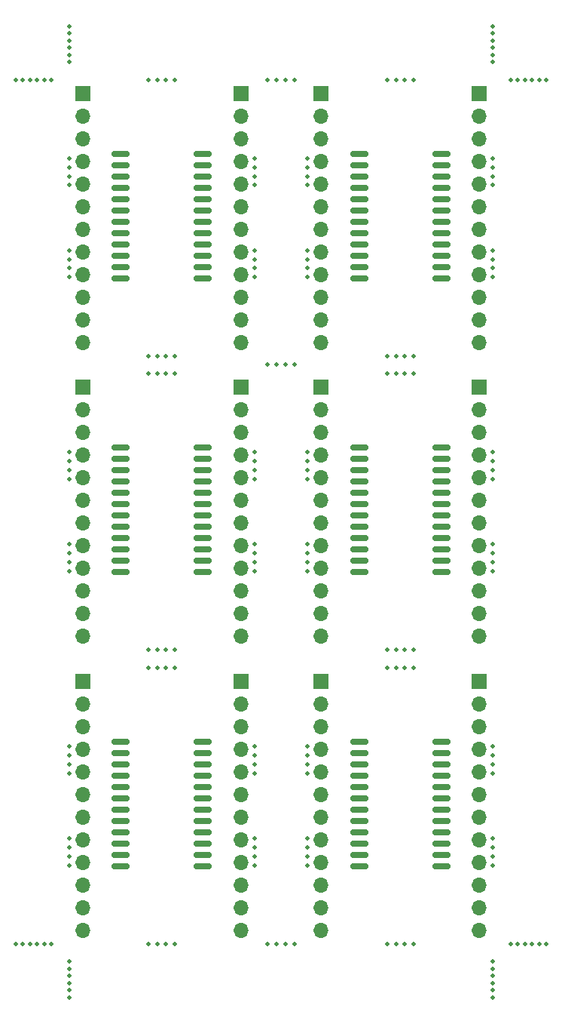
<source format=gbr>
%TF.GenerationSoftware,KiCad,Pcbnew,(6.0.0)*%
%TF.CreationDate,2022-01-18T21:24:02-05:00*%
%TF.ProjectId,WSOIC-24_7.5mm PANEL,57534f49-432d-4323-945f-372e356d6d20,rev?*%
%TF.SameCoordinates,Original*%
%TF.FileFunction,Soldermask,Top*%
%TF.FilePolarity,Negative*%
%FSLAX46Y46*%
G04 Gerber Fmt 4.6, Leading zero omitted, Abs format (unit mm)*
G04 Created by KiCad (PCBNEW (6.0.0)) date 2022-01-18 21:24:02*
%MOMM*%
%LPD*%
G01*
G04 APERTURE LIST*
G04 Aperture macros list*
%AMRoundRect*
0 Rectangle with rounded corners*
0 $1 Rounding radius*
0 $2 $3 $4 $5 $6 $7 $8 $9 X,Y pos of 4 corners*
0 Add a 4 corners polygon primitive as box body*
4,1,4,$2,$3,$4,$5,$6,$7,$8,$9,$2,$3,0*
0 Add four circle primitives for the rounded corners*
1,1,$1+$1,$2,$3*
1,1,$1+$1,$4,$5*
1,1,$1+$1,$6,$7*
1,1,$1+$1,$8,$9*
0 Add four rect primitives between the rounded corners*
20,1,$1+$1,$2,$3,$4,$5,0*
20,1,$1+$1,$4,$5,$6,$7,0*
20,1,$1+$1,$6,$7,$8,$9,0*
20,1,$1+$1,$8,$9,$2,$3,0*%
G04 Aperture macros list end*
%ADD10C,0.500000*%
%ADD11R,1.700000X1.700000*%
%ADD12O,1.700000X1.700000*%
%ADD13RoundRect,0.150000X-0.875000X-0.150000X0.875000X-0.150000X0.875000X0.150000X-0.875000X0.150000X0*%
G04 APERTURE END LIST*
D10*
%TO.C,REF\u002A\u002A*%
X66412512Y-112310336D03*
%TD*%
%TO.C,REF\u002A\u002A*%
X77326002Y-98480051D03*
%TD*%
%TO.C,REF\u002A\u002A*%
X60410376Y-120639672D03*
%TD*%
%TO.C,REF\u002A\u002A*%
X39588375Y-87651002D03*
%TD*%
%TO.C,REF\u002A\u002A*%
X62911998Y-66491999D03*
%TD*%
%TO.C,REF\u002A\u002A*%
X39588108Y-122639672D03*
%TD*%
%TO.C,REF\u002A\u002A*%
X87239690Y-54664331D03*
%TD*%
%TO.C,REF\u002A\u002A*%
X66412245Y-110310336D03*
%TD*%
%TO.C,REF\u002A\u002A*%
X63911998Y-34504998D03*
%TD*%
%TO.C,REF\u002A\u002A*%
X89240003Y-34506998D03*
%TD*%
%TO.C,REF\u002A\u002A*%
X77326002Y-100481953D03*
%TD*%
%TO.C,REF\u002A\u002A*%
X66413491Y-53664331D03*
%TD*%
D11*
%TO.C,J2*%
X85718004Y-69018003D03*
D12*
X85718004Y-71558003D03*
X85718004Y-74098003D03*
X85718004Y-76638003D03*
X85718004Y-79178003D03*
X85718004Y-81718003D03*
X85718004Y-84258003D03*
X85718004Y-86798003D03*
X85718004Y-89338003D03*
X85718004Y-91878003D03*
X85718004Y-94418003D03*
X85718004Y-96958003D03*
%TD*%
D10*
%TO.C,REF\u002A\u002A*%
X39588108Y-56664331D03*
%TD*%
%TO.C,REF\u002A\u002A*%
X76326002Y-65490897D03*
%TD*%
%TO.C,REF\u002A\u002A*%
X49499997Y-67493102D03*
%TD*%
%TO.C,REF\u002A\u002A*%
X49499997Y-98479951D03*
%TD*%
%TO.C,REF\u002A\u002A*%
X51499997Y-67492698D03*
%TD*%
%TO.C,REF\u002A\u002A*%
X66412245Y-77321001D03*
%TD*%
%TO.C,REF\u002A\u002A*%
X35987597Y-131469009D03*
%TD*%
%TO.C,REF\u002A\u002A*%
X66413491Y-86651002D03*
%TD*%
%TO.C,REF\u002A\u002A*%
X66412378Y-78321001D03*
%TD*%
%TO.C,REF\u002A\u002A*%
X87239756Y-86651002D03*
%TD*%
%TO.C,REF\u002A\u002A*%
X76326002Y-98479950D03*
%TD*%
%TO.C,REF\u002A\u002A*%
X49499997Y-65490898D03*
%TD*%
%TO.C,REF\u002A\u002A*%
X51499997Y-131469004D03*
%TD*%
%TO.C,REF\u002A\u002A*%
X35187397Y-131469009D03*
%TD*%
D13*
%TO.C,U1*%
X72178004Y-75803003D03*
X72178004Y-77073003D03*
X72178004Y-78343003D03*
X72178004Y-79613003D03*
X72178004Y-80883003D03*
X72178004Y-82153003D03*
X72178004Y-83423003D03*
X72178004Y-84693003D03*
X72178004Y-85963003D03*
X72178004Y-87233003D03*
X72178004Y-88503003D03*
X72178004Y-89773003D03*
X81478004Y-89773003D03*
X81478004Y-88503003D03*
X81478004Y-87233003D03*
X81478004Y-85963003D03*
X81478004Y-84693003D03*
X81478004Y-83423003D03*
X81478004Y-82153003D03*
X81478004Y-80883003D03*
X81478004Y-79613003D03*
X81478004Y-78343003D03*
X81478004Y-77073003D03*
X81478004Y-75803003D03*
%TD*%
D10*
%TO.C,REF\u002A\u002A*%
X78326002Y-98480153D03*
%TD*%
%TO.C,REF\u002A\u002A*%
X87240313Y-111310336D03*
%TD*%
D11*
%TO.C,J2*%
X58889997Y-69018003D03*
D12*
X58889997Y-71558003D03*
X58889997Y-74098003D03*
X58889997Y-76638003D03*
X58889997Y-79178003D03*
X58889997Y-81718003D03*
X58889997Y-84258003D03*
X58889997Y-86798003D03*
X58889997Y-89338003D03*
X58889997Y-91878003D03*
X58889997Y-94418003D03*
X58889997Y-96958003D03*
%TD*%
D10*
%TO.C,REF\u002A\u002A*%
X87240447Y-43335664D03*
%TD*%
%TO.C,REF\u002A\u002A*%
X87239556Y-89651002D03*
%TD*%
%TO.C,REF\u002A\u002A*%
X48499997Y-65490696D03*
%TD*%
%TO.C,REF\u002A\u002A*%
X35187397Y-34506998D03*
%TD*%
%TO.C,REF\u002A\u002A*%
X49499997Y-131469003D03*
%TD*%
%TO.C,REF\u002A\u002A*%
X66412111Y-76321001D03*
%TD*%
%TO.C,REF\u002A\u002A*%
X92440803Y-34506998D03*
%TD*%
%TO.C,REF\u002A\u002A*%
X39588509Y-119639672D03*
%TD*%
%TO.C,REF\u002A\u002A*%
X66412379Y-45335664D03*
%TD*%
%TO.C,REF\u002A\u002A*%
X50499997Y-65491100D03*
%TD*%
%TO.C,REF\u002A\u002A*%
X87241008Y-136670807D03*
%TD*%
%TO.C,REF\u002A\u002A*%
X39588242Y-88651002D03*
%TD*%
%TO.C,REF\u002A\u002A*%
X87241008Y-30905598D03*
%TD*%
%TO.C,REF\u002A\u002A*%
X77326002Y-65491099D03*
%TD*%
D13*
%TO.C,U1*%
X72178004Y-108791008D03*
X72178004Y-110061008D03*
X72178004Y-111331008D03*
X72178004Y-112601008D03*
X72178004Y-113871008D03*
X72178004Y-115141008D03*
X72178004Y-116411008D03*
X72178004Y-117681008D03*
X72178004Y-118951008D03*
X72178004Y-120221008D03*
X72178004Y-121491008D03*
X72178004Y-122761008D03*
X81478004Y-122761008D03*
X81478004Y-121491008D03*
X81478004Y-120221008D03*
X81478004Y-118951008D03*
X81478004Y-117681008D03*
X81478004Y-116411008D03*
X81478004Y-115141008D03*
X81478004Y-113871008D03*
X81478004Y-112601008D03*
X81478004Y-111331008D03*
X81478004Y-110061008D03*
X81478004Y-108791008D03*
%TD*%
D10*
%TO.C,REF\u002A\u002A*%
X37587997Y-131469009D03*
%TD*%
%TO.C,REF\u002A\u002A*%
X91640603Y-131469009D03*
%TD*%
%TO.C,REF\u002A\u002A*%
X87241008Y-135070407D03*
%TD*%
%TO.C,REF\u002A\u002A*%
X62911998Y-131471007D03*
%TD*%
%TO.C,REF\u002A\u002A*%
X87240247Y-112310336D03*
%TD*%
%TO.C,REF\u002A\u002A*%
X63911998Y-66491999D03*
%TD*%
%TO.C,REF\u002A\u002A*%
X51499997Y-98480153D03*
%TD*%
%TO.C,REF\u002A\u002A*%
X39589754Y-44335664D03*
%TD*%
%TO.C,REF\u002A\u002A*%
X87241008Y-133470007D03*
%TD*%
%TO.C,REF\u002A\u002A*%
X87241008Y-28504998D03*
%TD*%
%TO.C,REF\u002A\u002A*%
X78326002Y-131469004D03*
%TD*%
%TO.C,REF\u002A\u002A*%
X60410376Y-87651002D03*
%TD*%
%TO.C,REF\u002A\u002A*%
X66413625Y-120639672D03*
%TD*%
%TO.C,REF\u002A\u002A*%
X87241008Y-134270207D03*
%TD*%
%TO.C,REF\u002A\u002A*%
X66413625Y-54664331D03*
%TD*%
%TO.C,REF\u002A\u002A*%
X77326002Y-67492900D03*
%TD*%
%TO.C,REF\u002A\u002A*%
X87241008Y-32505998D03*
%TD*%
D11*
%TO.C,J1*%
X41109997Y-36029998D03*
D12*
X41109997Y-38569998D03*
X41109997Y-41109998D03*
X41109997Y-43649998D03*
X41109997Y-46189998D03*
X41109997Y-48729998D03*
X41109997Y-51269998D03*
X41109997Y-53809998D03*
X41109997Y-56349998D03*
X41109997Y-58889998D03*
X41109997Y-61429998D03*
X41109997Y-63969998D03*
%TD*%
D10*
%TO.C,REF\u002A\u002A*%
X39588108Y-89651002D03*
%TD*%
%TO.C,REF\u002A\u002A*%
X66413892Y-56664331D03*
%TD*%
%TO.C,REF\u002A\u002A*%
X34387197Y-131469009D03*
%TD*%
D11*
%TO.C,J2*%
X85718004Y-102006008D03*
D12*
X85718004Y-104546008D03*
X85718004Y-107086008D03*
X85718004Y-109626008D03*
X85718004Y-112166008D03*
X85718004Y-114706008D03*
X85718004Y-117246008D03*
X85718004Y-119786008D03*
X85718004Y-122326008D03*
X85718004Y-124866008D03*
X85718004Y-127406008D03*
X85718004Y-129946008D03*
%TD*%
D10*
%TO.C,REF\u002A\u002A*%
X66413625Y-87651002D03*
%TD*%
%TO.C,REF\u002A\u002A*%
X78326002Y-34509302D03*
%TD*%
%TO.C,REF\u002A\u002A*%
X39588242Y-121639672D03*
%TD*%
%TO.C,REF\u002A\u002A*%
X87239556Y-122639672D03*
%TD*%
%TO.C,REF\u002A\u002A*%
X87239756Y-119639672D03*
%TD*%
%TO.C,REF\u002A\u002A*%
X39589488Y-112310336D03*
%TD*%
%TO.C,REF\u002A\u002A*%
X75326002Y-98479849D03*
%TD*%
%TO.C,REF\u002A\u002A*%
X39586997Y-30105398D03*
%TD*%
%TO.C,REF\u002A\u002A*%
X64911998Y-131471007D03*
%TD*%
%TO.C,REF\u002A\u002A*%
X50499997Y-34509099D03*
%TD*%
%TO.C,REF\u002A\u002A*%
X76326002Y-67493102D03*
%TD*%
%TO.C,REF\u002A\u002A*%
X60411620Y-45335664D03*
%TD*%
D13*
%TO.C,U1*%
X45349997Y-108791008D03*
X45349997Y-110061008D03*
X45349997Y-111331008D03*
X45349997Y-112601008D03*
X45349997Y-113871008D03*
X45349997Y-115141008D03*
X45349997Y-116411008D03*
X45349997Y-117681008D03*
X45349997Y-118951008D03*
X45349997Y-120221008D03*
X45349997Y-121491008D03*
X45349997Y-122761008D03*
X54649997Y-122761008D03*
X54649997Y-121491008D03*
X54649997Y-120221008D03*
X54649997Y-118951008D03*
X54649997Y-117681008D03*
X54649997Y-116411008D03*
X54649997Y-115141008D03*
X54649997Y-113871008D03*
X54649997Y-112601008D03*
X54649997Y-111331008D03*
X54649997Y-110061008D03*
X54649997Y-108791008D03*
%TD*%
D11*
%TO.C,J2*%
X58889997Y-102006008D03*
D12*
X58889997Y-104546008D03*
X58889997Y-107086008D03*
X58889997Y-109626008D03*
X58889997Y-112166008D03*
X58889997Y-114706008D03*
X58889997Y-117246008D03*
X58889997Y-119786008D03*
X58889997Y-122326008D03*
X58889997Y-124866008D03*
X58889997Y-127406008D03*
X58889997Y-129946008D03*
%TD*%
D10*
%TO.C,REF\u002A\u002A*%
X39589621Y-45335664D03*
%TD*%
%TO.C,REF\u002A\u002A*%
X60411754Y-44335664D03*
%TD*%
%TO.C,REF\u002A\u002A*%
X39588375Y-54664331D03*
%TD*%
D11*
%TO.C,J1*%
X41109997Y-69018003D03*
D12*
X41109997Y-71558003D03*
X41109997Y-74098003D03*
X41109997Y-76638003D03*
X41109997Y-79178003D03*
X41109997Y-81718003D03*
X41109997Y-84258003D03*
X41109997Y-86798003D03*
X41109997Y-89338003D03*
X41109997Y-91878003D03*
X41109997Y-94418003D03*
X41109997Y-96958003D03*
%TD*%
D10*
%TO.C,REF\u002A\u002A*%
X39588375Y-120639672D03*
%TD*%
%TO.C,REF\u002A\u002A*%
X39589755Y-110310336D03*
%TD*%
%TO.C,REF\u002A\u002A*%
X63911998Y-131471007D03*
%TD*%
%TO.C,REF\u002A\u002A*%
X64911998Y-34504998D03*
%TD*%
%TO.C,REF\u002A\u002A*%
X60410109Y-122639672D03*
%TD*%
D13*
%TO.C,U1*%
X45349997Y-42814998D03*
X45349997Y-44084998D03*
X45349997Y-45354998D03*
X45349997Y-46624998D03*
X45349997Y-47894998D03*
X45349997Y-49164998D03*
X45349997Y-50434998D03*
X45349997Y-51704998D03*
X45349997Y-52974998D03*
X45349997Y-54244998D03*
X45349997Y-55514998D03*
X45349997Y-56784998D03*
X54649997Y-56784998D03*
X54649997Y-55514998D03*
X54649997Y-54244998D03*
X54649997Y-52974998D03*
X54649997Y-51704998D03*
X54649997Y-50434998D03*
X54649997Y-49164998D03*
X54649997Y-47894998D03*
X54649997Y-46624998D03*
X54649997Y-45354998D03*
X54649997Y-44084998D03*
X54649997Y-42814998D03*
%TD*%
D10*
%TO.C,REF\u002A\u002A*%
X77326002Y-131469004D03*
%TD*%
%TO.C,REF\u002A\u002A*%
X49499997Y-34508897D03*
%TD*%
%TO.C,REF\u002A\u002A*%
X60410243Y-55664331D03*
%TD*%
%TO.C,REF\u002A\u002A*%
X78326002Y-65491301D03*
%TD*%
%TO.C,REF\u002A\u002A*%
X61911998Y-66491999D03*
%TD*%
%TO.C,REF\u002A\u002A*%
X87240380Y-44335664D03*
%TD*%
D11*
%TO.C,J1*%
X41109997Y-102006008D03*
D12*
X41109997Y-104546008D03*
X41109997Y-107086008D03*
X41109997Y-109626008D03*
X41109997Y-112166008D03*
X41109997Y-114706008D03*
X41109997Y-117246008D03*
X41109997Y-119786008D03*
X41109997Y-122326008D03*
X41109997Y-124866008D03*
X41109997Y-127406008D03*
X41109997Y-129946008D03*
%TD*%
D10*
%TO.C,REF\u002A\u002A*%
X90040203Y-131469009D03*
%TD*%
%TO.C,REF\u002A\u002A*%
X89240003Y-131469009D03*
%TD*%
%TO.C,REF\u002A\u002A*%
X87240247Y-79321001D03*
%TD*%
%TO.C,REF\u002A\u002A*%
X39588241Y-55664331D03*
%TD*%
%TO.C,REF\u002A\u002A*%
X76326002Y-34508897D03*
%TD*%
%TO.C,REF\u002A\u002A*%
X39586997Y-133470007D03*
%TD*%
%TO.C,REF\u002A\u002A*%
X50499997Y-98480052D03*
%TD*%
%TO.C,REF\u002A\u002A*%
X39586997Y-137471007D03*
%TD*%
%TO.C,REF\u002A\u002A*%
X87239623Y-88651002D03*
%TD*%
%TO.C,REF\u002A\u002A*%
X78326002Y-100481851D03*
%TD*%
%TO.C,REF\u002A\u002A*%
X48499997Y-131469003D03*
%TD*%
%TO.C,REF\u002A\u002A*%
X66412245Y-44335664D03*
%TD*%
%TO.C,REF\u002A\u002A*%
X87239690Y-120639672D03*
%TD*%
%TO.C,REF\u002A\u002A*%
X39589888Y-76321001D03*
%TD*%
%TO.C,REF\u002A\u002A*%
X33586997Y-34506998D03*
%TD*%
%TO.C,REF\u002A\u002A*%
X60411887Y-43335664D03*
%TD*%
%TO.C,REF\u002A\u002A*%
X61911998Y-131471007D03*
%TD*%
%TO.C,REF\u002A\u002A*%
X39589888Y-109310336D03*
%TD*%
%TO.C,REF\u002A\u002A*%
X60410242Y-88651002D03*
%TD*%
%TO.C,REF\u002A\u002A*%
X66412512Y-46335664D03*
%TD*%
%TO.C,REF\u002A\u002A*%
X39586997Y-135070407D03*
%TD*%
%TO.C,REF\u002A\u002A*%
X48499997Y-98479850D03*
%TD*%
%TO.C,REF\u002A\u002A*%
X91640603Y-34506998D03*
%TD*%
%TO.C,REF\u002A\u002A*%
X60411487Y-46335664D03*
%TD*%
%TO.C,REF\u002A\u002A*%
X39589487Y-46335664D03*
%TD*%
%TO.C,REF\u002A\u002A*%
X48499997Y-100482156D03*
%TD*%
%TO.C,REF\u002A\u002A*%
X87241008Y-30105398D03*
%TD*%
%TO.C,REF\u002A\u002A*%
X87240313Y-78321001D03*
%TD*%
%TO.C,REF\u002A\u002A*%
X60411753Y-110310336D03*
%TD*%
%TO.C,REF\u002A\u002A*%
X75326002Y-100482156D03*
%TD*%
%TO.C,REF\u002A\u002A*%
X49499997Y-100482054D03*
%TD*%
%TO.C,REF\u002A\u002A*%
X75326002Y-65490696D03*
%TD*%
%TO.C,REF\u002A\u002A*%
X64911998Y-66491999D03*
%TD*%
%TO.C,REF\u002A\u002A*%
X36787797Y-131469009D03*
%TD*%
%TO.C,REF\u002A\u002A*%
X93241003Y-34506998D03*
%TD*%
%TO.C,REF\u002A\u002A*%
X66412112Y-43335664D03*
%TD*%
%TO.C,REF\u002A\u002A*%
X35987597Y-34506998D03*
%TD*%
%TO.C,REF\u002A\u002A*%
X60410510Y-53664331D03*
%TD*%
%TO.C,REF\u002A\u002A*%
X87239757Y-53664331D03*
%TD*%
%TO.C,REF\u002A\u002A*%
X87241008Y-135870607D03*
%TD*%
%TO.C,REF\u002A\u002A*%
X33586997Y-131469009D03*
%TD*%
%TO.C,REF\u002A\u002A*%
X60410110Y-56664331D03*
%TD*%
%TO.C,REF\u002A\u002A*%
X87241008Y-29305198D03*
%TD*%
%TO.C,REF\u002A\u002A*%
X62911998Y-34504998D03*
%TD*%
%TO.C,REF\u002A\u002A*%
X60411754Y-77321001D03*
%TD*%
%TO.C,REF\u002A\u002A*%
X87239556Y-56664331D03*
%TD*%
%TO.C,REF\u002A\u002A*%
X34387197Y-34506998D03*
%TD*%
%TO.C,REF\u002A\u002A*%
X90840403Y-131469009D03*
%TD*%
%TO.C,REF\u002A\u002A*%
X78326002Y-67492698D03*
%TD*%
%TO.C,REF\u002A\u002A*%
X48499997Y-67493304D03*
%TD*%
%TO.C,REF\u002A\u002A*%
X60410243Y-121639672D03*
%TD*%
%TO.C,REF\u002A\u002A*%
X87239623Y-55664331D03*
%TD*%
%TO.C,REF\u002A\u002A*%
X39586997Y-136670807D03*
%TD*%
%TO.C,REF\u002A\u002A*%
X39589488Y-79321001D03*
%TD*%
%TO.C,REF\u002A\u002A*%
X87240247Y-46335664D03*
%TD*%
%TO.C,REF\u002A\u002A*%
X39589888Y-43335664D03*
%TD*%
%TO.C,REF\u002A\u002A*%
X87241008Y-137471007D03*
%TD*%
%TO.C,REF\u002A\u002A*%
X87240313Y-45335664D03*
%TD*%
%TO.C,REF\u002A\u002A*%
X76326002Y-131469003D03*
%TD*%
%TO.C,REF\u002A\u002A*%
X60410109Y-89651002D03*
%TD*%
D13*
%TO.C,U1*%
X72178004Y-42814998D03*
X72178004Y-44084998D03*
X72178004Y-45354998D03*
X72178004Y-46624998D03*
X72178004Y-47894998D03*
X72178004Y-49164998D03*
X72178004Y-50434998D03*
X72178004Y-51704998D03*
X72178004Y-52974998D03*
X72178004Y-54244998D03*
X72178004Y-55514998D03*
X72178004Y-56784998D03*
X81478004Y-56784998D03*
X81478004Y-55514998D03*
X81478004Y-54244998D03*
X81478004Y-52974998D03*
X81478004Y-51704998D03*
X81478004Y-50434998D03*
X81478004Y-49164998D03*
X81478004Y-47894998D03*
X81478004Y-46624998D03*
X81478004Y-45354998D03*
X81478004Y-44084998D03*
X81478004Y-42814998D03*
%TD*%
D10*
%TO.C,REF\u002A\u002A*%
X51499997Y-34509301D03*
%TD*%
%TO.C,REF\u002A\u002A*%
X39589621Y-78321001D03*
%TD*%
%TO.C,REF\u002A\u002A*%
X60411487Y-112310336D03*
%TD*%
%TO.C,REF\u002A\u002A*%
X39588509Y-86651002D03*
%TD*%
%TO.C,REF\u002A\u002A*%
X39586997Y-29305198D03*
%TD*%
%TO.C,REF\u002A\u002A*%
X39586997Y-135870607D03*
%TD*%
%TO.C,REF\u002A\u002A*%
X60410376Y-54664331D03*
%TD*%
%TO.C,REF\u002A\u002A*%
X90840403Y-34506998D03*
%TD*%
%TO.C,REF\u002A\u002A*%
X93241003Y-131469009D03*
%TD*%
%TO.C,REF\u002A\u002A*%
X92440803Y-131469009D03*
%TD*%
%TO.C,REF\u002A\u002A*%
X66412378Y-111310336D03*
%TD*%
%TO.C,REF\u002A\u002A*%
X39588508Y-53664331D03*
%TD*%
%TO.C,REF\u002A\u002A*%
X66413758Y-121639672D03*
%TD*%
%TO.C,REF\u002A\u002A*%
X48499997Y-34508695D03*
%TD*%
%TO.C,REF\u002A\u002A*%
X60411620Y-78321001D03*
%TD*%
%TO.C,REF\u002A\u002A*%
X76326002Y-100482054D03*
%TD*%
%TO.C,REF\u002A\u002A*%
X66413758Y-55664331D03*
%TD*%
%TO.C,REF\u002A\u002A*%
X60411620Y-111310336D03*
%TD*%
%TO.C,REF\u002A\u002A*%
X61911998Y-34504998D03*
%TD*%
D11*
%TO.C,J2*%
X85718004Y-36029998D03*
D12*
X85718004Y-38569998D03*
X85718004Y-41109998D03*
X85718004Y-43649998D03*
X85718004Y-46189998D03*
X85718004Y-48729998D03*
X85718004Y-51269998D03*
X85718004Y-53809998D03*
X85718004Y-56349998D03*
X85718004Y-58889998D03*
X85718004Y-61429998D03*
X85718004Y-63969998D03*
%TD*%
D10*
%TO.C,REF\u002A\u002A*%
X50499997Y-100481953D03*
%TD*%
%TO.C,REF\u002A\u002A*%
X66413892Y-122639672D03*
%TD*%
%TO.C,REF\u002A\u002A*%
X60411887Y-109310336D03*
%TD*%
%TO.C,REF\u002A\u002A*%
X37587997Y-34506998D03*
%TD*%
D11*
%TO.C,J1*%
X67938004Y-36029998D03*
D12*
X67938004Y-38569998D03*
X67938004Y-41109998D03*
X67938004Y-43649998D03*
X67938004Y-46189998D03*
X67938004Y-48729998D03*
X67938004Y-51269998D03*
X67938004Y-53809998D03*
X67938004Y-56349998D03*
X67938004Y-58889998D03*
X67938004Y-61429998D03*
X67938004Y-63969998D03*
%TD*%
D10*
%TO.C,REF\u002A\u002A*%
X75326002Y-34508695D03*
%TD*%
%TO.C,REF\u002A\u002A*%
X87241008Y-31705798D03*
%TD*%
%TO.C,REF\u002A\u002A*%
X36787797Y-34506998D03*
%TD*%
%TO.C,REF\u002A\u002A*%
X60410509Y-86651002D03*
%TD*%
%TO.C,REF\u002A\u002A*%
X87240447Y-76321001D03*
%TD*%
%TO.C,REF\u002A\u002A*%
X75326002Y-67493304D03*
%TD*%
%TO.C,REF\u002A\u002A*%
X39586997Y-28504998D03*
%TD*%
%TO.C,REF\u002A\u002A*%
X77326002Y-34509100D03*
%TD*%
%TO.C,REF\u002A\u002A*%
X39586997Y-32505998D03*
%TD*%
%TO.C,REF\u002A\u002A*%
X75326002Y-131469003D03*
%TD*%
D11*
%TO.C,J1*%
X67938004Y-102006008D03*
D12*
X67938004Y-104546008D03*
X67938004Y-107086008D03*
X67938004Y-109626008D03*
X67938004Y-112166008D03*
X67938004Y-114706008D03*
X67938004Y-117246008D03*
X67938004Y-119786008D03*
X67938004Y-122326008D03*
X67938004Y-124866008D03*
X67938004Y-127406008D03*
X67938004Y-129946008D03*
%TD*%
D10*
%TO.C,REF\u002A\u002A*%
X60411487Y-79321001D03*
%TD*%
%TO.C,REF\u002A\u002A*%
X90040203Y-34506998D03*
%TD*%
D11*
%TO.C,J1*%
X67938004Y-69018003D03*
D12*
X67938004Y-71558003D03*
X67938004Y-74098003D03*
X67938004Y-76638003D03*
X67938004Y-79178003D03*
X67938004Y-81718003D03*
X67938004Y-84258003D03*
X67938004Y-86798003D03*
X67938004Y-89338003D03*
X67938004Y-91878003D03*
X67938004Y-94418003D03*
X67938004Y-96958003D03*
%TD*%
D10*
%TO.C,REF\u002A\u002A*%
X39586997Y-31705798D03*
%TD*%
%TO.C,REF\u002A\u002A*%
X87239690Y-87651002D03*
%TD*%
%TO.C,REF\u002A\u002A*%
X87240380Y-110310336D03*
%TD*%
%TO.C,REF\u002A\u002A*%
X51499997Y-100481852D03*
%TD*%
%TO.C,REF\u002A\u002A*%
X39586997Y-30905598D03*
%TD*%
%TO.C,REF\u002A\u002A*%
X66412512Y-79321001D03*
%TD*%
%TO.C,REF\u002A\u002A*%
X66412111Y-109310336D03*
%TD*%
%TO.C,REF\u002A\u002A*%
X50499997Y-67492900D03*
%TD*%
%TO.C,REF\u002A\u002A*%
X39589621Y-111310336D03*
%TD*%
%TO.C,REF\u002A\u002A*%
X60410509Y-119639672D03*
%TD*%
%TO.C,REF\u002A\u002A*%
X39586997Y-134270207D03*
%TD*%
%TO.C,REF\u002A\u002A*%
X87240447Y-109310336D03*
%TD*%
%TO.C,REF\u002A\u002A*%
X87240380Y-77321001D03*
%TD*%
%TO.C,REF\u002A\u002A*%
X66413892Y-89651002D03*
%TD*%
%TO.C,REF\u002A\u002A*%
X51499997Y-65491302D03*
%TD*%
%TO.C,REF\u002A\u002A*%
X39589755Y-77321001D03*
%TD*%
D11*
%TO.C,J2*%
X58889997Y-36029998D03*
D12*
X58889997Y-38569998D03*
X58889997Y-41109998D03*
X58889997Y-43649998D03*
X58889997Y-46189998D03*
X58889997Y-48729998D03*
X58889997Y-51269998D03*
X58889997Y-53809998D03*
X58889997Y-56349998D03*
X58889997Y-58889998D03*
X58889997Y-61429998D03*
X58889997Y-63969998D03*
%TD*%
D10*
%TO.C,REF\u002A\u002A*%
X60411887Y-76321001D03*
%TD*%
%TO.C,REF\u002A\u002A*%
X87239623Y-121639672D03*
%TD*%
%TO.C,REF\u002A\u002A*%
X66413491Y-119639672D03*
%TD*%
%TO.C,REF\u002A\u002A*%
X66413758Y-88651002D03*
%TD*%
D13*
%TO.C,U1*%
X45349997Y-75803003D03*
X45349997Y-77073003D03*
X45349997Y-78343003D03*
X45349997Y-79613003D03*
X45349997Y-80883003D03*
X45349997Y-82153003D03*
X45349997Y-83423003D03*
X45349997Y-84693003D03*
X45349997Y-85963003D03*
X45349997Y-87233003D03*
X45349997Y-88503003D03*
X45349997Y-89773003D03*
X54649997Y-89773003D03*
X54649997Y-88503003D03*
X54649997Y-87233003D03*
X54649997Y-85963003D03*
X54649997Y-84693003D03*
X54649997Y-83423003D03*
X54649997Y-82153003D03*
X54649997Y-80883003D03*
X54649997Y-79613003D03*
X54649997Y-78343003D03*
X54649997Y-77073003D03*
X54649997Y-75803003D03*
%TD*%
D10*
%TO.C,REF\u002A\u002A*%
X50499997Y-131469004D03*
%TD*%
M02*

</source>
